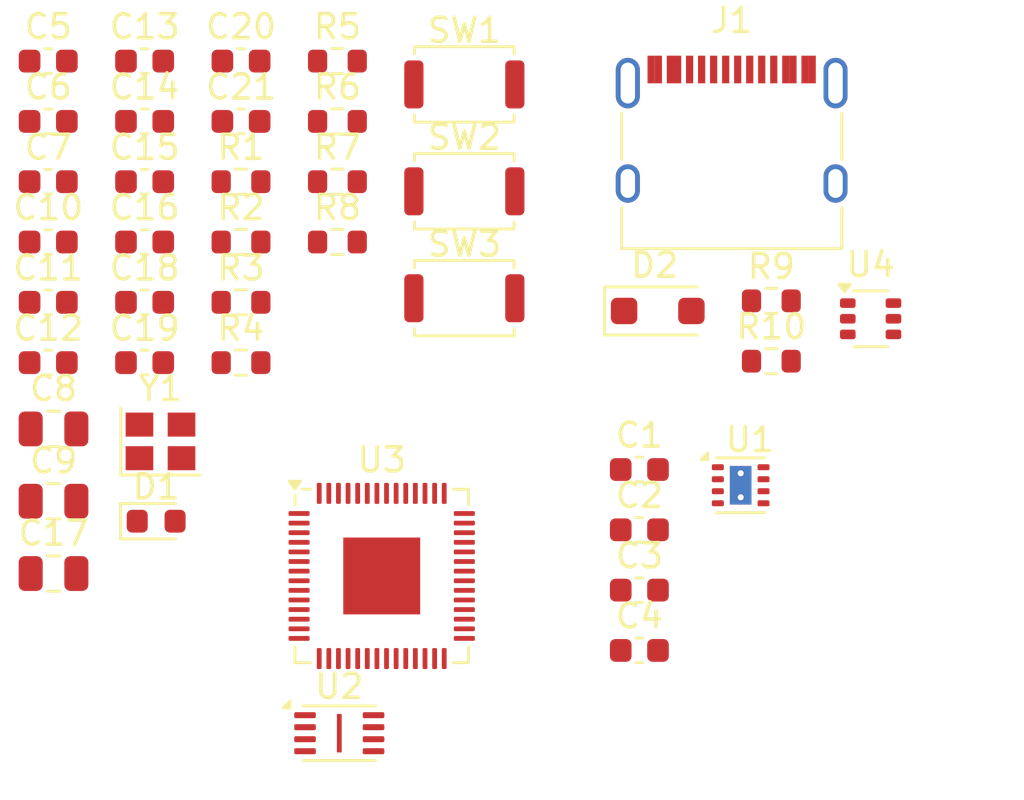
<source format=kicad_pcb>
(kicad_pcb (version 20241229) (generator "pcbnew") (generator_version "9.0")
  (layers (0 "F.Cu" signal) (2 "B.Cu" signal) (13 "F.Paste" user) (15 "B.Paste" user) (5 "F.SilkS" user "F.Silkscreen") (7 "B.SilkS" user "B.Silkscreen") (1 "F.Mask" user) (3 "B.Mask" user) (25 "Edge.Cuts" user))
  (net 0 "")
  (net 1 "/Solenoid Driver/V_MOTOR")
  (net 2 "/Solenoid Driver/0V")
  (net 3 "/Solenoid Driver/V_LOGIC")
  (net 4 "/RP2040/XIN")
  (net 5 "GND")
  (net 6 "/RP2040/~{RESET}")
  (net 7 "Net-(C7-Pad1)")
  (net 8 "/RP2040/3V3_IN")
  (net 9 "/RP2040/1V1")
  (net 10 "/RP2040/USER_BUTT")
  (net 11 "Net-(D1-A)")
  (net 12 "+5V")
  (net 13 "/USB_VBUS")
  (net 14 "/USB_D+")
  (net 16 "/CC1")
  (net 17 "/USB_D-")
  (net 18 "/CC2")
  (net 20 "+3V3")
  (net 21 "/RP2040/XOUT")
  (net 22 "/RP2040/QSPI_SS")
  (net 23 "Net-(R4-Pad1)")
  (net 24 "/RP2040/USB_PT_D-")
  (net 25 "/RP2040/USB_D-")
  (net 26 "/RP2040/USB_PT_D+")
  (net 27 "/RP2040/USB_D+")
  (net 28 "/RP2040/USER_LED")
  (net 29 "/Solenoid Driver/OUT_2")
  (net 30 "/Solenoid Driver/~{SLEEP}")
  (net 31 "/Solenoid Driver/OUT_1")
  (net 32 "/Solenoid Driver/IN1")
  (net 33 "/Solenoid Driver/IN2")
  (net 36 "/RP2040/QSPI_SD3")
  (net 37 "/RP2040/QSPI_SD0")
  (net 38 "/RP2040/QSPI_SCLK")
  (net 40 "/RP2040/QSPI_SD1")
  (net 41 "/RP2040/QSPI_SD2")
  (footprint "Resistor_SMD:R_0603_1608Metric" (layer "F.Cu") (at 96.165 72.48)
    (property "Reference" "R6" (at 0 -1.43 0) (layer "F.SilkS"))
    (property "Value" "27R")
    (fp_line (start -0.237258 -0.5225) (end 0.237258 -0.5225) (stroke (width 0.12)) (layer "F.SilkS"))
    (fp_line (start -0.237258 0.5225) (end 0.237258 0.5225) (stroke (width 0.12)) (layer "F.SilkS"))
    (pad "1" smd roundrect (at -0.825 0) (size 0.8 0.95) (layers "F.Cu" "F.Mask" "F.Paste") (net 26 "/RP2040/USB_PT_D+"))
    (pad "2" smd roundrect (at 0.825 0) (size 0.8 0.95) (layers "F.Cu" "F.Mask" "F.Paste") (net 27 "/RP2040/USB_D+"))
  )
  (footprint "Capacitor_SMD:C_0603_1608Metric" (layer "F.Cu") (at 88.145 74.99)
    (property "Reference" "C15" (at 0 -1.43 0) (layer "F.SilkS"))
    (property "Value" "100n")
    (fp_line (start -0.14058 -0.51) (end 0.14058 -0.51) (stroke (width 0.12)) (layer "F.SilkS"))
    (fp_line (start -0.14058 0.51) (end 0.14058 0.51) (stroke (width 0.12)) (layer "F.SilkS"))
    (pad "1" smd roundrect (at -0.775 0) (size 0.9 0.95) (layers "F.Cu" "F.Mask" "F.Paste") (net 9 "/RP2040/1V1"))
    (pad "2" smd roundrect (at 0.775 0) (size 0.9 0.95) (layers "F.Cu" "F.Mask" "F.Paste") (net 5 "GND"))
  )
  (footprint "Package_SON:WSON-8-1EP_2x2mm_P0.5mm_EP0.9x1.6mm_ThermalVias" (layer "F.Cu") (at 112.94 87.625)
    (property "Reference" "U1" (at 0.38 -1.9 0) (layer "F.SilkS"))
    (property "Value" "DRV8837")
    (fp_line (start -1.01 -1.14) (end 0.99 -1.14) (stroke (width 0.12)) (layer "F.SilkS"))
    (fp_line (start -1 1.14) (end 1 1.14) (stroke (width 0.12)) (layer "F.SilkS"))
    (fp_poly (pts (xy -1.37 -1.07) (xy -1.65 -1.07) (xy -1.37 -1.35) (xy -1.37 -1.07)) (stroke (width 0.12)) (fill yes) (layer "F.SilkS"))
    (pad "1" smd roundrect (at -0.95 -0.75) (size 0.5 0.25) (layers "F.Cu" "F.Mask" "F.Paste") (net 1 "/Solenoid Driver/V_MOTOR"))
    (pad "2" smd roundrect (at -0.95 -0.25) (size 0.5 0.25) (layers "F.Cu" "F.Mask" "F.Paste") (net 31 "/Solenoid Driver/OUT_1"))
    (pad "3" smd roundrect (at -0.95 0.25) (size 0.5 0.25) (layers "F.Cu" "F.Mask" "F.Paste") (net 29 "/Solenoid Driver/OUT_2"))
    (pad "4" smd roundrect (at -0.95 0.75) (size 0.5 0.25) (layers "F.Cu" "F.Mask" "F.Paste") (net 2 "/Solenoid Driver/0V"))
    (pad "5" smd roundrect (at 0.95 0.75) (size 0.5 0.25) (layers "F.Cu" "F.Mask" "F.Paste") (net 33 "/Solenoid Driver/IN2"))
    (pad "6" smd roundrect (at 0.95 0.25) (size 0.5 0.25) (layers "F.Cu" "F.Mask" "F.Paste") (net 32 "/Solenoid Driver/IN1"))
    (pad "7" smd roundrect (at 0.95 -0.25) (size 0.5 0.25) (layers "F.Cu" "F.Mask" "F.Paste") (net 30 "/Solenoid Driver/~{SLEEP}"))
    (pad "8" smd roundrect (at 0.95 -0.75) (size 0.5 0.25) (layers "F.Cu" "F.Mask" "F.Paste") (net 3 "/Solenoid Driver/V_LOGIC"))
    (pad "9" thru_hole circle (at 0 -0.5) (size 0.6 0.6) (drill 0.25) (property pad_prop_heatsink) (layers "*.Cu") (net 2 "/Solenoid Driver/0V"))
    (pad "9" smd rect (at 0 0) (size 0.9 1.6) (layers "F.Cu" "F.Mask") (net 2 "/Solenoid Driver/0V"))
    (pad "9" smd rect (at 0 0) (size 0.9 1.6) (layers "B.Cu") (net 2 "/Solenoid Driver/0V"))
    (pad "9" thru_hole circle (at 0 0.5) (size 0.6 0.6) (drill 0.25) (property pad_prop_heatsink) (layers "*.Cu") (net 2 "/Solenoid Driver/0V"))
  )
  (footprint "Capacitor_SMD:C_0603_1608Metric" (layer "F.Cu") (at 88.145 69.97)
    (property "Reference" "C13" (at 0 -1.43 0) (layer "F.SilkS"))
    (property "Value" "100n")
    (fp_line (start -0.14058 -0.51) (end 0.14058 -0.51) (stroke (width 0.12)) (layer "F.SilkS"))
    (fp_line (start -0.14058 0.51) (end 0.14058 0.51) (stroke (width 0.12)) (layer "F.SilkS"))
    (pad "1" smd roundrect (at -0.775 0) (size 0.9 0.95) (layers "F.Cu" "F.Mask" "F.Paste") (net 9 "/RP2040/1V1"))
    (pad "2" smd roundrect (at 0.775 0) (size 0.9 0.95) (layers "F.Cu" "F.Mask" "F.Paste") (net 5 "GND"))
  )
  (footprint "Resistor_SMD:R_0603_1608Metric" (layer "F.Cu") (at 92.155 77.5)
    (property "Reference" "R2" (at 0 -1.43 0) (layer "F.SilkS"))
    (property "Value" "1k")
    (fp_line (start -0.237258 -0.5225) (end 0.237258 -0.5225) (stroke (width 0.12)) (layer "F.SilkS"))
    (fp_line (start -0.237258 0.5225) (end 0.237258 0.5225) (stroke (width 0.12)) (layer "F.SilkS"))
    (pad "1" smd roundrect (at -0.825 0) (size 0.8 0.95) (layers "F.Cu" "F.Mask" "F.Paste") (net 21 "/RP2040/XOUT"))
    (pad "2" smd roundrect (at 0.825 0) (size 0.8 0.95) (layers "F.Cu" "F.Mask" "F.Paste") (net 7 "Net-(C7-Pad1)"))
  )
  (footprint "Capacitor_SMD:C_0603_1608Metric" (layer "F.Cu") (at 108.725 94.5)
    (property "Reference" "C4" (at 0 -1.43 0) (layer "F.SilkS"))
    (property "Value" "10uF")
    (fp_line (start -0.14058 -0.51) (end 0.14058 -0.51) (stroke (width 0.12)) (layer "F.SilkS"))
    (fp_line (start -0.14058 0.51) (end 0.14058 0.51) (stroke (width 0.12)) (layer "F.SilkS"))
    (pad "1" smd roundrect (at -0.775 0) (size 0.9 0.95) (layers "F.Cu" "F.Mask" "F.Paste") (net 1 "/Solenoid Driver/V_MOTOR"))
    (pad "2" smd roundrect (at 0.775 0) (size 0.9 0.95) (layers "F.Cu" "F.Mask" "F.Paste") (net 2 "/Solenoid Driver/0V"))
  )
  (footprint "Capacitor_SMD:C_0603_1608Metric" (layer "F.Cu") (at 84.135 82.52)
    (property "Reference" "C12" (at 0 -1.43 0) (layer "F.SilkS"))
    (property "Value" "100n")
    (fp_line (start -0.14058 -0.51) (end 0.14058 -0.51) (stroke (width 0.12)) (layer "F.SilkS"))
    (fp_line (start -0.14058 0.51) (end 0.14058 0.51) (stroke (width 0.12)) (layer "F.SilkS"))
    (pad "1" smd roundrect (at -0.775 0) (size 0.9 0.95) (layers "F.Cu" "F.Mask" "F.Paste") (net 8 "/RP2040/3V3_IN"))
    (pad "2" smd roundrect (at 0.775 0) (size 0.9 0.95) (layers "F.Cu" "F.Mask" "F.Paste") (net 5 "GND"))
  )
  (footprint "Capacitor_SMD:C_0603_1608Metric" (layer "F.Cu") (at 108.725 91.99)
    (property "Reference" "C3" (at 0 -1.43 0) (layer "F.SilkS"))
    (property "Value" "100nF")
    (fp_line (start -0.14058 -0.51) (end 0.14058 -0.51) (stroke (width 0.12)) (layer "F.SilkS"))
    (fp_line (start -0.14058 0.51) (end 0.14058 0.51) (stroke (width 0.12)) (layer "F.SilkS"))
    (pad "1" smd roundrect (at -0.775 0) (size 0.9 0.95) (layers "F.Cu" "F.Mask" "F.Paste") (net 1 "/Solenoid Driver/V_MOTOR"))
    (pad "2" smd roundrect (at 0.775 0) (size 0.9 0.95) (layers "F.Cu" "F.Mask" "F.Paste") (net 2 "/Solenoid Driver/0V"))
  )
  (footprint "Resistor_SMD:R_0603_1608Metric" (layer "F.Cu") (at 96.165 77.5)
    (property "Reference" "R8" (at 0 -1.43 0) (layer "F.SilkS"))
    (property "Value" "255R")
    (fp_line (start -0.237258 -0.5225) (end 0.237258 -0.5225) (stroke (width 0.12)) (layer "F.SilkS"))
    (fp_line (start -0.237258 0.5225) (end 0.237258 0.5225) (stroke (width 0.12)) (layer "F.SilkS"))
    (pad "1" smd roundrect (at -0.825 0) (size 0.8 0.95) (layers "F.Cu" "F.Mask" "F.Paste") (net 28 "/RP2040/USER_LED"))
    (pad "2" smd roundrect (at 0.825 0) (size 0.8 0.95) (layers "F.Cu" "F.Mask" "F.Paste") (net 11 "Net-(D1-A)"))
  )
  (footprint "Package_DFN_QFN:QFN-56-1EP_7x7mm_P0.4mm_EP3.2x3.2mm" (layer "F.Cu") (at 98.0075 91.4)
    (property "Reference" "U3" (at 0 -4.83 0) (layer "F.SilkS"))
    (property "Value" "RP2040")
    (fp_line (start -3.61 -2.96) (end -3.61 -3.37) (stroke (width 0.12)) (layer "F.SilkS"))
    (fp_line (start -3.61 3.61) (end -3.61 2.96) (stroke (width 0.12)) (layer "F.SilkS"))
    (fp_line (start -2.96 -3.61) (end -3.31 -3.61) (stroke (width 0.12)) (layer "F.SilkS"))
    (fp_line (start -2.96 3.61) (end -3.61 3.61) (stroke (width 0.12)) (layer "F.SilkS"))
    (fp_line (start 2.96 -3.61) (end 3.61 -3.61) (stroke (width 0.12)) (layer "F.SilkS"))
    (fp_line (start 2.96 3.61) (end 3.61 3.61) (stroke (width 0.12)) (layer "F.SilkS"))
    (fp_line (start 3.61 -3.61) (end 3.61 -2.96) (stroke (width 0.12)) (layer "F.SilkS"))
    (fp_line (start 3.61 3.61) (end 3.61 2.96) (stroke (width 0.12)) (layer "F.SilkS"))
    (fp_poly (pts (xy -3.61 -3.61) (xy -3.85 -3.94) (xy -3.37 -3.94) (xy -3.61 -3.61)) (stroke (width 0.12)) (fill yes) (layer "F.SilkS"))
    (pad "1" smd roundrect (at -3.4375 -2.6) (size 0.875 0.2) (layers "F.Cu" "F.Mask" "F.Paste") (net 8 "/RP2040/3V3_IN"))
    (pad "2" smd roundrect (at -3.4375 -2.2) (size 0.875 0.2) (layers "F.Cu" "F.Mask" "F.Paste"))
    (pad "3" smd roundrect (at -3.4375 -1.8) (size 0.875 0.2) (layers "F.Cu" "F.Mask" "F.Paste"))
    (pad "4" smd roundrect (at -3.4375 -1.4) (size 0.875 0.2) (layers "F.Cu" "F.Mask" "F.Paste"))
    (pad "5" smd roundrect (at -3.4375 -1) (size 0.875 0.2) (layers "F.Cu" "F.Mask" "F.Paste"))
    (pad "6" smd roundrect (at -3.4375 -0.6) (size 0.875 0.2) (layers "F.Cu" "F.Mask" "F.Paste"))
    (pad "7" smd roundrect (at -3.4375 -0.2) (size 0.875 0.2) (layers "F.Cu" "F.Mask" "F.Paste"))
    (pad "8" smd roundrect (at -3.4375 0.2) (size 0.875 0.2) (layers "F.Cu" "F.Mask" "F.Paste"))
    (pad "9" smd roundrect (at -3.4375 0.6) (size 0.875 0.2) (layers "F.Cu" "F.Mask" "F.Paste"))
    (pad "10" smd roundrect (at -3.4375 1) (size 0.875 0.2) (layers "F.Cu" "F.Mask" "F.Paste") (net 8 "/RP2040/3V3_IN"))
    (pad "11" smd roundrect (at -3.4375 1.4) (size 0.875 0.2) (layers "F.Cu" "F.Mask" "F.Paste"))
    (pad "12" smd roundrect (at -3.4375 1.8) (size 0.875 0.2) (layers "F.Cu" "F.Mask" "F.Paste") (net 10 "/RP2040/USER_BUTT"))
    (pad "13" smd roundrect (at -3.4375 2.2) (size 0.875 0.2) (layers "F.Cu" "F.Mask" "F.Paste") (net 28 "/RP2040/USER_LED"))
    (pad "14" smd roundrect (at -3.4375 2.6) (size 0.875 0.2) (layers "F.Cu" "F.Mask" "F.Paste"))
    (pad "15" smd roundrect (at -2.6 3.4375) (size 0.2 0.875) (layers "F.Cu" "F.Mask" "F.Paste"))
    (pad "16" smd roundrect (at -2.2 3.4375) (size 0.2 0.875) (layers "F.Cu" "F.Mask" "F.Paste"))
    (pad "17" smd roundrect (at -1.8 3.4375) (size 0.2 0.875) (layers "F.Cu" "F.Mask" "F.Paste"))
    (pad "18" smd roundrect (at -1.4 3.4375) (size 0.2 0.875) (layers "F.Cu" "F.Mask" "F.Paste"))
    (pad "19" smd roundrect (at -1 3.4375) (size 0.2 0.875) (layers "F.Cu" "F.Mask" "F.Paste") (net 5 "GND"))
    (pad "20" smd roundrect (at -0.6 3.4375) (size 0.2 0.875) (layers "F.Cu" "F.Mask" "F.Paste") (net 4 "/RP2040/XIN"))
    (pad "21" smd roundrect (at -0.2 3.4375) (size 0.2 0.875) (layers "F.Cu" "F.Mask" "F.Paste") (net 21 "/RP2040/XOUT"))
    (pad "22" smd roundrect (at 0.2 3.4375) (size 0.2 0.875) (layers "F.Cu" "F.Mask" "F.Paste") (net 8 "/RP2040/3V3_IN"))
    (pad "23" smd roundrect (at 0.6 3.4375) (size 0.2 0.875) (layers "F.Cu" "F.Mask" "F.Paste") (net 9 "/RP2040/1V1"))
    (pad "24" smd roundrect (at 1 3.4375) (size 0.2 0.875) (layers "F.Cu" "F.Mask" "F.Paste"))
    (pad "25" smd roundrect (at 1.4 3.4375) (size 0.2 0.875) (layers "F.Cu" "F.Mask" "F.Paste"))
    (pad "26" smd roundrect (at 1.8 3.4375) (size 0.2 0.875) (layers "F.Cu" "F.Mask" "F.Paste") (net 6 "/RP2040/~{RESET}"))
    (pad "27" smd roundrect (at 2.2 3.4375) (size 0.2 0.875) (layers "F.Cu" "F.Mask" "F.Paste"))
    (pad "28" smd roundrect (at 2.6 3.4375) (size 0.2 0.875) (layers "F.Cu" "F.Mask" "F.Paste"))
    (pad "29" smd roundrect (at 3.4375 2.6) (size 0.875 0.2) (layers "F.Cu" "F.Mask" "F.Paste"))
    (pad "30" smd roundrect (at 3.4375 2.2) (size 0.875 0.2) (layers "F.Cu" "F.Mask" "F.Paste"))
    (pad "31" smd roundrect (at 3.4375 1.8) (size 0.875 0.2) (layers "F.Cu" "F.Mask" "F.Paste"))
    (pad "32" smd roundrect (at 3.4375 1.4) (size 0.875 0.2) (layers "F.Cu" "F.Mask" "F.Paste"))
    (pad "33" smd roundrect (at 3.4375 1) (size 0.875 0.2) (layers "F.Cu" "F.Mask" "F.Paste") (net 8 "/RP2040/3V3_IN"))
    (pad "34" smd roundrect (at 3.4375 0.6) (size 0.875 0.2) (layers "F.Cu" "F.Mask" "F.Paste"))
    (pad "35" smd roundrect (at 3.4375 0.2) (size 0.875 0.2) (layers "F.Cu" "F.Mask" "F.Paste"))
    (pad "36" smd roundrect (at 3.4375 -0.2) (size 0.875 0.2) (layers "F.Cu" "F.Mask" "F.Paste"))
    (pad "37" smd roundrect (at 3.4375 -0.6) (size 0.875 0.2) (layers "F.Cu" "F.Mask" "F.Paste"))
    (pad "38" smd roundrect (at 3.4375 -1) (size 0.875 0.2) (layers "F.Cu" "F.Mask" "F.Paste"))
    (pad "39" smd roundrect (at 3.4375 -1.4) (size 0.875 0.2) (layers "F.Cu" "F.Mask" "F.Paste"))
    (pad "40" smd roundrect (at 3.4375 -1.8) (size 0.875 0.2) (layers "F.Cu" "F.Mask" "F.Paste"))
    (pad "41" smd roundrect (at 3.4375 -2.2) (size 0.875 0.2) (layers "F.Cu" "F.Mask" "F.Paste"))
    (pad "42" smd roundrect (at 3.4375 -2.6) (size 0.875 0.2) (layers "F.Cu" "F.Mask" "F.Paste") (net 8 "/RP2040/3V3_IN"))
    (pad "43" smd roundrect (at 2.6 -3.4375) (size 0.2 0.875) (layers "F.Cu" "F.Mask" "F.Paste") (net 8 "/RP2040/3V3_IN"))
    (pad "44" smd roundrect (at 2.2 -3.4375) (size 0.2 0.875) (layers "F.Cu" "F.Mask" "F.Paste") (net 8 "/RP2040/3V3_IN"))
    (pad "45" smd roundrect (at 1.8 -3.4375) (size 0.2 0.875) (layers "F.Cu" "F.Mask" "F.Paste") (net 9 "/RP2040/1V1"))
    (pad "46" smd roundrect (at 1.4 -3.4375) (size 0.2 0.875) (layers "F.Cu" "F.Mask" "F.Paste") (net 24 "/RP2040/USB_PT_D-"))
    (pad "47" smd roundrect (at 1 -3.4375) (size 0.2 0.875) (layers "F.Cu" "F.Mask" "F.Paste") (net 26 "/RP2040/USB_PT_D+"))
    (pad "48" smd roundrect (at 0.6 -3.4375) (size 0.2 0.875) (layers "F.Cu" "F.Mask" "F.Paste") (net 8 "/RP2040/3V3_IN"))
    (pad "49" smd roundrect (at 0.2 -3.4375) (size 0.2 0.875) (layers "F.Cu" "F.Mask" "F.Paste") (net 8 "/RP2040/3V3_IN"))
    (pad "50" smd roundrect (at -0.2 -3.4375) (size 0.2 0.875) (layers "F.Cu" "F.Mask" "F.Paste") (net 9 "/RP2040/1V1"))
    (pad "51" smd roundrect (at -0.6 -3.4375) (size 0.2 0.875) (layers "F.Cu" "F.Mask" "F.Paste") (net 36 "/RP2040/QSPI_SD3"))
    (pad "52" smd roundrect (at -1 -3.4375) (size 0.2 0.875) (layers "F.Cu" "F.Mask" "F.Paste") (net 38 "/RP2040/QSPI_SCLK"))
    (pad "53" smd roundrect (at -1.4 -3.4375) (size 0.2 0.875) (layers "F.Cu" "F.Mask" "F.Paste") (net 37 "/RP2040/QSPI_SD0"))
    (pad "54" smd roundrect (at -1.8 -3.4375) (size 0.2 0.875) (layers "F.Cu" "F.Mask" "F.Paste") (net 41 "/RP2040/QSPI_SD2"))
    (pad "55" smd roundrect (at -2.2 -3.4375) (size 0.2 0.875) (layers "F.Cu" "F.Mask" "F.Paste") (net 40 "/RP2040/QSPI_SD1"))
    (pad "56" smd roundrect (at -2.6 -3.4375) (size 0.2 0.875) (layers "F.Cu" "F.Mask" "F.Paste") (net 22 "/RP2040/QSPI_SS"))
    (pad "57" smd rect (at 0 0) (size 3.2 3.2) (property pad_prop_heatsink) (layers "F.Cu" "F.Mask") (net 5 "GND"))
  )
  (footprint "Crystal:Crystal_SMD_2520-4Pin_2.5x2.0mm" (layer "F.Cu") (at 88.805 85.8)
    (property "Reference" "Y1" (at 0 -2.2 0) (layer "F.SilkS"))
    (property "Value" "12MHz")
    (fp_line (start -1.65 -1.4) (end -1.65 1.4) (stroke (width 0.12)) (layer "F.SilkS"))
    (fp_line (start -1.65 1.4) (end 1.65 1.4) (stroke (width 0.12)) (layer "F.SilkS"))
    (pad "1" smd rect (at -0.875 0.7) (size 1.15 1) (layers "F.Cu" "F.Mask" "F.Paste") (net 4 "/RP2040/XIN"))
    (pad "2" smd rect (at 0.875 0.7) (size 1.15 1) (layers "F.Cu" "F.Mask" "F.Paste") (net 5 "GND"))
    (pad "3" smd rect (at 0.875 -0.7) (size 1.15 1) (layers "F.Cu" "F.Mask" "F.Paste") (net 7 "Net-(C7-Pad1)"))
    (pad "4" smd rect (at -0.875 -0.7) (size 1.15 1) (layers "F.Cu" "F.Mask" "F.Paste") (net 5 "GND"))
  )
  (footprint "Capacitor_SMD:C_0603_1608Metric" (layer "F.Cu") (at 92.155 69.97)
    (property "Reference" "C20" (at 0 -1.43 0) (layer "F.SilkS"))
    (property "Value" "100n")
    (fp_line (start -0.14058 -0.51) (end 0.14058 -0.51) (stroke (width 0.12)) (layer "F.SilkS"))
    (fp_line (start -0.14058 0.51) (end 0.14058 0.51) (stroke (width 0.12)) (layer "F.SilkS"))
    (pad "1" smd roundrect (at -0.775 0) (size 0.9 0.95) (layers "F.Cu" "F.Mask" "F.Paste") (net 8 "/RP2040/3V3_IN"))
    (pad "2" smd roundrect (at 0.775 0) (size 0.9 0.95) (layers "F.Cu" "F.Mask" "F.Paste") (net 5 "GND"))
  )
  (footprint "Capacitor_SMD:C_0603_1608Metric" (layer "F.Cu") (at 84.135 80.01)
    (property "Reference" "C11" (at 0 -1.43 0) (layer "F.SilkS"))
    (property "Value" "100n")
    (fp_line (start -0.14058 -0.51) (end 0.14058 -0.51) (stroke (width 0.12)) (layer "F.SilkS"))
    (fp_line (start -0.14058 0.51) (end 0.14058 0.51) (stroke (width 0.12)) (layer "F.SilkS"))
    (pad "1" smd roundrect (at -0.775 0) (size 0.9 0.95) (layers "F.Cu" "F.Mask" "F.Paste") (net 8 "/RP2040/3V3_IN"))
    (pad "2" smd roundrect (at 0.775 0) (size 0.9 0.95) (layers "F.Cu" "F.Mask" "F.Paste") (net 5 "GND"))
  )
  (footprint "Button_Switch_SMD:SW_Push_SPST_NO_Alps_SKRK" (layer "F.Cu") (at 101.445 79.84)
    (property "Reference" "SW3" (at 0 -2.25 0) (layer "F.SilkS"))
    (property "Value" "USER_SW")
    (fp_line (start -2.07 -1.57) (end 2.07 -1.57) (stroke (width 0.12)) (layer "F.SilkS"))
    (fp_line (start -2.07 -1.27) (end -2.07 -1.57) (stroke (width 0.12)) (layer "F.SilkS"))
    (fp_line (start -2.07 1.57) (end -2.07 1.27) (stroke (width 0.12)) (layer "F.SilkS"))
    (fp_line (start 2.07 -1.57) (end 2.07 -1.27) (stroke (width 0.12)) (layer "F.SilkS"))
    (fp_line (start 2.07 1.27) (end 2.07 1.57) (stroke (width 0.12)) (layer "F.SilkS"))
    (fp_line (start 2.07 1.57) (end -2.07 1.57) (stroke (width 0.12)) (layer "F.SilkS"))
    (pad "1" smd roundrect (at -2.1 0) (size 0.8 2) (layers "F.Cu" "F.Mask" "F.Paste") (net 10 "/RP2040/USER_BUTT"))
    (pad "2" smd roundrect (at 2.1 0) (size 0.8 2) (layers "F.Cu" "F.Mask" "F.Paste") (net 20 "+3V3"))
  )
  (footprint "Capacitor_SMD:C_0603_1608Metric" (layer "F.Cu") (at 88.145 77.5)
    (property "Reference" "C16" (at 0 -1.43 0) (layer "F.SilkS"))
    (property "Value" "100n")
    (fp_line (start -0.14058 -0.51) (end 0.14058 -0.51) (stroke (width 0.12)) (layer "F.SilkS"))
    (fp_line (start -0.14058 0.51) (end 0.14058 0.51) (stroke (width 0.12)) (layer "F.SilkS"))
    (pad "1" smd roundrect (at -0.775 0) (size 0.9 0.95) (layers "F.Cu" "F.Mask" "F.Paste") (net 8 "/RP2040/3V3_IN"))
    (pad "2" smd roundrect (at 0.775 0) (size 0.9 0.95) (layers "F.Cu" "F.Mask" "F.Paste") (net 5 "GND"))
  )
  (footprint "Capacitor_SMD:C_0603_1608Metric" (layer "F.Cu") (at 88.145 72.48)
    (property "Reference" "C14" (at 0 -1.43 0) (layer "F.SilkS"))
    (property "Value" "100n")
    (fp_line (start -0.14058 -0.51) (end 0.14058 -0.51) (stroke (width 0.12)) (layer "F.SilkS"))
    (fp_line (start -0.14058 0.51) (end 0.14058 0.51) (stroke (width 0.12)) (layer "F.SilkS"))
    (pad "1" smd roundrect (at -0.775 0) (size 0.9 0.95) (layers "F.Cu" "F.Mask" "F.Paste") (net 8 "/RP2040/3V3_IN"))
    (pad "2" smd roundrect (at 0.775 0) (size 0.9 0.95) (layers "F.Cu" "F.Mask" "F.Paste") (net 5 "GND"))
  )
  (footprint "Capacitor_SMD:C_0603_1608Metric" (layer "F.Cu") (at 108.725 89.48)
    (property "Reference" "C2" (at 0 -1.43 0) (layer "F.SilkS"))
    (property "Value" "100nF")
    (fp_line (start -0.14058 -0.51) (end 0.14058 -0.51) (stroke (width 0.12)) (layer "F.SilkS"))
    (fp_line (start -0.14058 0.51) (end 0.14058 0.51) (stroke (width 0.12)) (layer "F.SilkS"))
    (pad "1" smd roundrect (at -0.775 0) (size 0.9 0.95) (layers "F.Cu" "F.Mask" "F.Paste") (net 3 "/Solenoid Driver/V_LOGIC"))
    (pad "2" smd roundrect (at 0.775 0) (size 0.9 0.95) (layers "F.Cu" "F.Mask" "F.Paste") (net 2 "/Solenoid Driver/0V"))
  )
  (footprint "Capacitor_SMD:C_0805_2012Metric" (layer "F.Cu") (at 84.355 88.29)
    (property "Reference" "C9" (at 0 -1.68 0) (layer "F.SilkS"))
    (property "Value" "2.2u")
    (fp_line (start -0.261252 -0.735) (end 0.261252 -0.735) (stroke (width 0.12)) (layer "F.SilkS"))
    (fp_line (start -0.261252 0.735) (end 0.261252 0.735) (stroke (width 0.12)) (layer "F.SilkS"))
    (pad "1" smd roundrect (at -0.95 0) (size 1 1.45) (layers "F.Cu" "F.Mask" "F.Paste") (net 8 "/RP2040/3V3_IN"))
    (pad "2" smd roundrect (at 0.95 0) (size 1 1.45) (layers "F.Cu" "F.Mask" "F.Paste") (net 5 "GND"))
  )
  (footprint "Capacitor_SMD:C_0603_1608Metric" (layer "F.Cu") (at 92.155 72.48)
    (property "Reference" "C21" (at 0 -1.43 0) (layer "F.SilkS"))
    (property "Value" "100n")
    (fp_line (start -0.14058 -0.51) (end 0.14058 -0.51) (stroke (width 0.12)) (layer "F.SilkS"))
    (fp_line (start -0.14058 0.51) (end 0.14058 0.51) (stroke (width 0.12)) (layer "F.SilkS"))
    (pad "1" smd roundrect (at -0.775 0) (size 0.9 0.95) (layers "F.Cu" "F.Mask" "F.Paste") (net 10 "/RP2040/USER_BUTT"))
    (pad "2" smd roundrect (at 0.775 0) (size 0.9 0.95) (layers "F.Cu" "F.Mask" "F.Paste") (net 5 "GND"))
  )
  (footprint "Resistor_SMD:R_0603_1608Metric" (layer "F.Cu") (at 96.165 69.97)
    (property "Reference" "R5" (at 0 -1.43 0) (layer "F.SilkS"))
    (property "Value" "27R")
    (fp_line (start -0.237258 -0.5225) (end 0.237258 -0.5225) (stroke (width 0.12)) (layer "F.SilkS"))
    (fp_line (start -0.237258 0.5225) (end 0.237258 0.5225) (stroke (width 0.12)) (layer "F.SilkS"))
    (pad "1" smd roundrect (at -0.825 0) (size 0.8 0.95) (layers "F.Cu" "F.Mask" "F.Paste") (net 24 "/RP2040/USB_PT_D-"))
    (pad "2" smd roundrect (at 0.825 0) (size 0.8 0.95) (layers "F.Cu" "F.Mask" "F.Paste") (net 25 "/RP2040/USB_D-"))
  )
  (footprint "Capacitor_SMD:C_0603_1608Metric" (layer "F.Cu") (at 84.135 72.48)
    (property "Reference" "C6" (at 0 -1.43 0) (layer "F.SilkS"))
    (property "Value" "100n")
    (fp_line (start -0.14058 -0.51) (end 0.14058 -0.51) (stroke (width 0.12)) (layer "F.SilkS"))
    (fp_line (start -0.14058 0.51) (end 0.14058 0.51) (stroke (width 0.12)) (layer "F.SilkS"))
    (pad "1" smd roundrect (at -0.775 0) (size 0.9 0.95) (layers "F.Cu" "F.Mask" "F.Paste") (net 6 "/RP2040/~{RESET}"))
    (pad "2" smd roundrect (at 0.775 0) (size 0.9 0.95) (layers "F.Cu" "F.Mask" "F.Paste") (net 5 "GND"))
  )
  (footprint "Diode_SMD:D_SOD-123F" (layer "F.Cu") (at 109.49 80.37)
    (property "Reference" "D2" (at -0.127 -1.905 0) (layer "F.SilkS"))
    (property "Value" "40V 1A")
    (fp_line (start -2.21 -1) (end -2.21 1) (stroke (width 0.12)) (layer "F.SilkS"))
    (fp_line (start -2.21 -1) (end 1.65 -1) (stroke (width 0.12)) (layer "F.SilkS"))
    (fp_line (start -2.21 1) (end 1.65 1) (stroke (width 0.12)) (layer "F.SilkS"))
    (pad "1" smd roundrect (at -1.4 0) (size 1.1 1.1) (layers "F.Cu" "F.Mask" "F.Paste") (roundrect_rratio 0.2272727273) (net 12 "+5V"))
    (pad "2" smd roundrect (at 1.4 0) (size 1.1 1.1) (layers "F.Cu" "F.Mask" "F.Paste") (roundrect_rratio 0.2272727273) (net 13 "/USB_VBUS"))
  )
  (footprint "Resistor_SMD:R_0603_1608Metric" (layer "F.Cu") (at 114.215 82.46)
    (property "Reference" "R10" (at 0 -1.43 0) (layer "F.SilkS"))
    (property "Value" "5.1k")
    (fp_line (start -0.237258 -0.5225) (end 0.237258 -0.5225) (stroke (width 0.12)) (layer "F.SilkS"))
    (fp_line (start -0.237258 0.5225) (end 0.237258 0.5225) (stroke (width 0.12)) (layer "F.SilkS"))
    (pad "1" smd roundrect (at -0.825 0) (size 0.8 0.95) (layers "F.Cu" "F.Mask" "F.Paste") (net 18 "/CC2"))
    (pad "2" smd roundrect (at 0.825 0) (size 0.8 0.95) (layers "F.Cu" "F.Mask" "F.Paste") (net 5 "GND"))
  )
  (footprint "Capacitor_SMD:C_0603_1608Metric" (layer "F.Cu") (at 84.135 69.97)
    (property "Reference" "C5" (at 0 -1.43 0) (layer "F.SilkS"))
    (property "Value" "30p")
    (fp_line (start -0.14058 -0.51) (end 0.14058 -0.51) (stroke (width 0.12)) (layer "F.SilkS"))
    (fp_line (start -0.14058 0.51) (end 0.14058 0.51) (stroke (width 0.12)) (layer "F.SilkS"))
    (pad "1" smd roundrect (at -0.775 0) (size 0.9 0.95) (layers "F.Cu" "F.Mask" "F.Paste") (net 5 "GND"))
    (pad "2" smd roundrect (at 0.775 0) (size 0.9 0.95) (layers "F.Cu" "F.Mask" "F.Paste") (net 4 "/RP2040/XIN"))
  )
  (footprint "Resistor_SMD:R_0603_1608Metric" (layer "F.Cu") (at 114.215 79.95)
    (property "Reference" "R9" (at 0 -1.43 0) (layer "F.SilkS"))
    (property "Value" "5.1k")
    (fp_line (start -0.237258 -0.5225) (end 0.237258 -0.5225) (stroke (width 0.12)) (layer "F.SilkS"))
    (fp_line (start -0.237258 0.5225) (end 0.237258 0.5225) (stroke (width 0.12)) (layer "F.SilkS"))
    (pad "1" smd roundrect (at -0.825 0) (size 0.8 0.95) (layers "F.Cu" "F.Mask" "F.Paste") (net 16 "/CC1"))
    (pad "2" smd roundrect (at 0.825 0) (size 0.8 0.95) (layers "F.Cu" "F.Mask" "F.Paste") (net 5 "GND"))
  )
  (footprint "Resistor_SMD:R_0603_1608Metric" (layer "F.Cu") (at 92.155 74.99)
    (property "Reference" "R1" (at 0 -1.43 0) (layer "F.SilkS"))
    (property "Value" "10k")
    (fp_line (start -0.237258 -0.5225) (end 0.237258 -0.5225) (stroke (width 0.12)) (layer "F.SilkS"))
    (fp_line (start -0.237258 0.5225) (end 0.237258 0.5225) (stroke (width 0.12)) (layer "F.SilkS"))
    (pad "1" smd roundrect (at -0.825 0) (size 0.8 0.95) (layers "F.Cu" "F.Mask" "F.Paste") (net 6 "/RP2040/~{RESET}"))
    (pad "2" smd roundrect (at 0.825 0) (size 0.8 0.95) (layers "F.Cu" "F.Mask" "F.Paste") (net 20 "+3V3"))
  )
  (footprint "Capacitor_SMD:C_0603_1608Metric" (layer "F.Cu") (at 84.135 74.99)
    (property "Reference" "C7" (at 0 -1.43 0) (layer "F.SilkS"))
    (property "Value" "30p")
    (fp_line (start -0.14058 -0.51) (end 0.14058 -0.51) (stroke (width 0.12)) (layer "F.SilkS"))
    (fp_line (start -0.14058 0.51) (end 0.14058 0.51) (stroke (width 0.12)) (layer "F.SilkS"))
    (pad "1" smd roundrect (at -0.775 0) (size 0.9 0.95) (layers "F.Cu" "F.Mask" "F.Paste") (net 7 "Net-(C7-Pad1)"))
    (pad "2" smd roundrect (at 0.775 0) (size 0.9 0.95) (layers "F.Cu" "F.Mask" "F.Paste") (net 5 "GND"))
  )
  (footprint "Resistor_SMD:R_0603_1608Metric" (layer "F.Cu") (at 92.155 82.52)
    (property "Reference" "R4" (at 0 -1.43 0) (layer "F.SilkS"))
    (property "Value" "1k")
    (fp_line (start -0.237258 -0.5225) (end 0.237258 -0.5225) (stroke (width 0.12)) (layer "F.SilkS"))
    (fp_line (start -0.237258 0.5225) (end 0.237258 0.5225) (stroke (width 0.12)) (layer "F.SilkS"))
    (pad "1" smd roundrect (at -0.825 0) (size 0.8 0.95) (layers "F.Cu" "F.Mask" "F.Paste") (net 23 "Net-(R4-Pad1)"))
    (pad "2" smd roundrect (at 0.825 0) (size 0.8 0.95) (layers "F.Cu" "F.Mask" "F.Paste") (net 22 "/RP2040/QSPI_SS"))
  )
  (footprint "Package_SON:Winbond_USON-8-1EP_3x2mm_P0.5mm_EP0.2x1.6mm" (layer "F.Cu") (at 96.2425 97.945)
    (property "Reference" "U2" (at 0 -1.95 0) (layer "F.SilkS"))
    (property "Value" "W25Q80DVUXIE")
    (fp_line (start -1.5 -1.135) (end 1.5 -1.135) (stroke (width 0.12)) (layer "F.SilkS"))
    (fp_line (start -1.5 1.135) (end 1.5 1.135) (stroke (width 0.12)) (layer "F.SilkS"))
    (fp_poly (pts (xy -2.05 -1.05) (xy -2.33 -1.05) (xy -2.05 -1.33) (xy -2.05 -1.05)) (stroke (width 0.12)) (fill yes) (layer "F.SilkS"))
    (pad "1" smd roundrect (at -1.425 -0.75) (size 0.9 0.25) (layers "F.Cu" "F.Mask" "F.Paste") (net 22 "/RP2040/QSPI_SS"))
    (pad "2" smd roundrect (at -1.425 -0.25) (size 0.9 0.25) (layers "F.Cu" "F.Mask" "F.Paste") (net 40 "/RP2040/QSPI_SD1"))
    (pad "3" smd roundrect (at -1.425 0.25) (size 0.9 0.25) (layers "F.Cu" "F.Mask" "F.Paste") (net 41 "/RP2040/QSPI_SD2"))
    (pad "4" smd roundrect (at -1.425 0.75) (size 0.9 0.25) (layers "F.Cu" "F.Mask" "F.Paste"))
    (pad "5" smd roundrect (at 1.425 0.75) (size 0.9 0.25) (layers "F.Cu" "F.Mask" "F.Paste") (net 37 "/RP2040/QSPI_SD0"))
    (pad "6" smd roundrect (at 1.425 0.25) (size 0.9 0.25) (layers "F.Cu" "F.Mask" "F.Paste") (net 38 "/RP2040/QSPI_SCLK"))
    (pad "7" smd roundrect (at 1.425 -0.25) (size 0.9 0.25) (layers "F.Cu" "F.Mask" "F.Paste") (net 36 "/RP2040/QSPI_SD3"))
    (pad "8" smd roundrect (at 1.425 -0.75) (size 0.9 0.25) (layers "F.Cu" "F.Mask" "F.Paste") (net 8 "/RP2040/3V3_IN"))
    (pad "9" smd rect (at 0 0) (size 0.2 1.6) (property pad_prop_heatsink) (layers "F.Cu" "F.Mask"))
  )
  (footprint "LED_SMD:LED_0603_1608Metric" (layer "F.Cu") (at 88.625 89.12)
    (property "Reference" "D1" (at 0 -1.43 0) (layer "F.SilkS"))
    (property "Value" "3V3")
    (fp_line (start -1.485 -0.735) (end -1.485 0.735) (stroke (width 0.12)) (layer "F.SilkS"))
    (fp_line (start -1.485 0.735) (end 0.8 0.735) (stroke (width 0.12)) (layer "F.SilkS"))
    (fp_line (start 0.8 -0.735) (end -1.485 -0.735) (stroke (width 0.12)) (layer "F.SilkS"))
    (pad "1" smd roundrect (at -0.7875 0) (size 0.875 0.95) (layers "F.Cu" "F.Mask" "F.Paste") (net 5 "GND"))
    (pad "2" smd roundrect (at 0.7875 0) (size 0.875 0.95) (layers "F.Cu" "F.Mask" "F.Paste") (net 11 "Net-(D1-A)"))
  )
  (footprint "Capacitor_SMD:C_0603_1608Metric" (layer "F.Cu") (at 88.145 80.01)
    (property "Reference" "C18" (at 0 -1.43 0) (layer "F.SilkS"))
    (property "Value" "100n")
    (fp_line (start -0.14058 -0.51) (end 0.14058 -0.51) (stroke (width 0.12)) (layer "F.SilkS"))
    (fp_line (start -0.14058 0.51) (end 0.14058 0.51) (stroke (width 0.12)) (layer "F.SilkS"))
    (pad "1" smd roundrect (at -0.775 0) (size 0.9 0.95) (layers "F.Cu" "F.Mask" "F.Paste") (net 8 "/RP2040/3V3_IN"))
    (pad "2" smd roundrect (at 0.775 0) (size 0.9 0.95) (layers "F.Cu" "F.Mask" "F.Paste") (net 5 "GND"))
  )
  (footprint "Capacitor_SMD:C_0805_2012Metric" (layer "F.Cu") (at 84.355 85.28)
    (property "Reference" "C8" (at 0 -1.68 0) (layer "F.SilkS"))
    (property "Value" "2.2u")
    (fp_line (start -0.261252 -0.735) (end 0.261252 -0.735) (stroke (width 0.12)) (layer "F.SilkS"))
    (fp_line (start -0.261252 0.735) (end 0.261252 0.735) (stroke (width 0.12)) (layer "F.SilkS"))
    (pad "1" smd roundrect (at -0.95 0) (size 1 1.45) (layers "F.Cu" "F.Mask" "F.Paste") (net 8 "/RP2040/3V3_IN"))
    (pad "2" smd roundrect (at 0.95 0) (size 1 1.45) (layers "F.Cu" "F.Mask" "F.Paste") (net 5 "GND"))
  )
  (footprint "Capacitor_SMD:C_0805_2012Metric" (layer "F.Cu") (at 84.355 91.3)
    (property "Reference" "C17" (at 0 -1.68 0) (layer "F.SilkS"))
    (property "Value" "2.2u")
    (fp_line (start -0.261252 -0.735) (end 0.261252 -0.735) (stroke (width 0.12)) (layer "F.SilkS"))
    (fp_line (start -0.261252 0.735) (end 0.261252 0.735) (stroke (width 0.12)) (layer "F.SilkS"))
    (pad "1" smd roundrect (at -0.95 0) (size 1 1.45) (layers "F.Cu" "F.Mask" "F.Paste") (net 9 "/RP2040/1V1"))
    (pad "2" smd roundrect (at 0.95 0) (size 1 1.45) (layers "F.Cu" "F.Mask" "F.Paste") (net 5 "GND"))
  )
  (footprint "Button_Switch_SMD:SW_Push_SPST_NO_Alps_SKRK" (layer "F.Cu") (at 101.445 70.94)
    (property "Reference" "SW1" (at 0 -2.25 0) (layer "F.SilkS"))
    (property "Value" "RST")
    (fp_line (start -2.07 -1.57) (end 2.07 -1.57) (stroke (width 0.12)) (layer "F.SilkS"))
    (fp_line (start -2.07 -1.27) (end -2.07 -1.57) (stroke (width 0.12)) (layer "F.SilkS"))
    (fp_line (start -2.07 1.57) (end -2.07 1.27) (stroke (width 0.12)) (layer "F.SilkS"))
    (fp_line (start 2.07 -1.57) (end 2.07 -1.27) (stroke (width 0.12)) (layer "F.SilkS"))
    (fp_line (start 2.07 1.27) (end 2.07 1.57) (stroke (width 0.12)) (layer "F.SilkS"))
    (fp_line (start 2.07 1.57) (end -2.07 1.57) (stroke (width 0.12)) (layer "F.SilkS"))
    (pad "1" smd roundrect (at -2.1 0) (size 0.8 2) (layers "F.Cu" "F.Mask" "F.Paste") (net 5 "GND"))
    (pad "2" smd roundrect (at 2.1 0) (size 0.8 2) (layers "F.Cu" "F.Mask" "F.Paste") (net 6 "/RP2040/~{RESET}"))
  )
  (footprint "Capacitor_SMD:C_0603_1608Metric" (layer "F.Cu") (at 88.145 82.52)
    (property "Reference" "C19" (at 0 -1.43 0) (layer "F.SilkS"))
    (property "Value" "100n")
    (fp_line (start -0.14058 -0.51) (end 0.14058 -0.51) (stroke (width 0.12)) (layer "F.SilkS"))
    (fp_line (start -0.14058 0.51) (end 0.14058 0.51) (stroke (width 0.12)) (layer "F.SilkS"))
    (pad "1" smd roundrect (at -0.775 0) (size 0.9 0.95) (layers "F.Cu" "F.Mask" "F.Paste") (net 8 "/RP2040/3V3_IN"))
    (pad "2" smd roundrect (at 0.775 0) (size 0.9 0.95) (layers "F.Cu" "F.Mask" "F.Paste") (net 5 "GND"))
  )
  (footprint "Resistor_SMD:R_0603_1608Metric" (layer "F.Cu") (at 96.165 74.99)
    (property "Reference" "R7" (at 0 -1.43 0) (layer "F.SilkS"))
    (property "Value" "10k")
    (fp_line (start -0.237258 -0.5225) (end 0.237258 -0.5225) (stroke (width 0.12)) (layer "F.SilkS"))
    (fp_line (start -0.237258 0.5225) (end 0.237258 0.5225) (stroke (width 0.12)) (layer "F.SilkS"))
    (pad "1" smd roundrect (at -0.825 0) (size 0.8 0.95) (layers "F.Cu" "F.Mask" "F.Paste") (net 5 "GND"))
    (pad "2" smd roundrect (at 0.825 0) (size 0.8 0.95) (layers "F.Cu" "F.Mask" "F.Paste") (net 10 "/RP2040/USER_BUTT"))
  )
  (footprint "Capacitor_SMD:C_0603_1608Metric" (layer "F.Cu") (at 84.135 77.5)
    (property "Reference" "C10" (at 0 -1.43 0) (layer "F.SilkS"))
    (property "Value" "100n")
    (fp_line (start -0.14058 -0.51) (end 0.14058 -0.51) (stroke (width 0.12)) (layer "F.SilkS"))
    (fp_line (start -0.14058 0.51) (end 0.14058 0.51) (stroke (width 0.12)) (layer "F.SilkS"))
    (pad "1" smd roundrect (at -0.775 0) (size 0.9 0.95) (layers "F.Cu" "F.Mask" "F.Paste") (net 8 "/RP2040/3V3_IN"))
    (pad "2" smd roundrect (at 0.775 0) (size 0.9 0.95) (layers "F.Cu" "F.Mask" "F.Paste") (net 5 "GND"))
  )
  (footprint "Connector_USB:USB_C_Receptacle_XKB_U262-16XN-4BVC11" (layer "F.Cu") (at 112.565 73.99)
    (property "Reference" "J1" (at 0 -5.715 0) (layer "F.SilkS"))
    (property "Value" "USB_C_Receptacle_USB2.0")
    (fp_line (start -4.58 -1.85) (end -4.58 0.07) (stroke (width 0.12)) (layer "F.SilkS"))
    (fp_line (start -4.58 3.785) (end -4.58 2.08) (stroke (width 0.12)) (layer "F.SilkS"))
    (fp_line (start 4.58 0.07) (end 4.58 -1.85) (stroke (width 0.12)) (layer "F.SilkS"))
    (fp_line (start 4.58 2.08) (end 4.58 3.785) (stroke (width 0.12)) (layer "F.SilkS"))
    (fp_line (start 4.58 3.785) (end -4.58 3.785) (stroke (width 0.12)) (layer "F.SilkS"))
    (pad "" np_thru_hole circle (at -2.89 -2.605) (size 0.65 0.65) (drill 0.65) (layers "*.Cu" "*.Mask"))
    (pad "" np_thru_hole circle (at 2.89 -2.605) (size 0.65 0.65) (drill 0.65) (layers "*.Cu" "*.Mask"))
    (pad "A1" smd rect (at -3.35 -3.67) (size 0.3 1.15) (layers "F.Cu" "F.Mask" "F.Paste") (net 5 "GND"))
    (pad "A4" smd rect (at -2.55 -3.67) (size 0.3 1.15) (layers "F.Cu" "F.Mask" "F.Paste") (net 13 "/USB_VBUS"))
    (pad "A5" smd rect (at -1.25 -3.67) (size 0.3 1.15) (layers "F.Cu" "F.Mask" "F.Paste") (net 16 "/CC1"))
    (pad "A6" smd rect (at -0.25 -3.67) (size 0.3 1.15) (layers "F.Cu" "F.Mask" "F.Paste") (net 14 "/USB_D+"))
    (pad "A7" smd rect (at 0.25 -3.67) (size 0.3 1.15) (layers "F.Cu" "F.Mask" "F.Paste") (net 17 "/USB_D-"))
    (pad "A8" smd rect (at 1.25 -3.67) (size 0.3 1.15) (layers "F.Cu" "F.Mask" "F.Paste"))
    (pad "A9" smd rect (at 2.55 -3.67) (size 0.3 1.15) (layers "F.Cu" "F.Mask" "F.Paste") (net 13 "/USB_VBUS"))
    (pad "A12" smd rect (at 3.35 -3.67) (size 0.3 1.15) (layers "F.Cu" "F.Mask" "F.Paste") (net 5 "GND"))
    (pad "B1" smd rect (at 3.05 -3.67) (size 0.3 1.15) (layers "F.Cu" "F.Mask" "F.Paste") (net 5 "GND"))
    (pad "B4" smd rect (at 2.25 -3.67) (size 0.3 1.15) (layers "F.Cu" "F.Mask" "F.Paste") (net 13 "/USB_VBUS"))
    (pad "B5" smd rect (at 1.75 -3.67) (size 0.3 1.15) (layers "F.Cu" "F.Mask" "F.Paste") (net 18 "/CC2"))
    (pad "B6" smd rect (at 0.75 -3.67) (size 0.3 1.15) (layers "F.Cu" "F.Mask" "F.Paste") (net 14 "/USB_D+"))
    (pad "B7" smd rect (at -0.75 -3.67) (size 0.3 1.15) (layers "F.Cu" "F.Mask" "F.Paste") (net 17 "/USB_D-"))
    (pad "B8" smd rect (at -1.75 -3.67) (size 0.3 1.15) (layers "F.Cu" "F.Mask" "F.Paste"))
    (pad "B9" smd rect (at -2.25 -3.67) (size 0.3 1.15) (layers "F.Cu" "F.Mask" "F.Paste") (net 13 "/USB_VBUS"))
    (pad "B12" smd rect (at -3.05 -3.67) (size 0.3 1.15) (layers "F.Cu" "F.Mask" "F.Paste") (net 5 "GND"))
    (pad "S1" thru_hole oval (at -4.32 -3.105) (size 1 2.1) (drill oval 0.6 1.7) (property pad_prop_heatsink) (layers "*.Cu" "*.Mask") (net 5 "GND"))
    (pad "S1" thru_hole oval (at -4.32 1.075) (size 1 1.6) (drill oval 0.6 1.2) (property pad_prop_heatsink) (layers "*.Cu" "*.Mask") (net 5 "GND"))
    (pad "S1" thru_hole oval (at 4.32 -3.105) (size 1 2.1) (drill oval 0.6 1.7) (property pad_prop_heatsink) (layers "*.Cu" "*.Mask") (net 5 "GND"))
    (pad "S1" thru_hole oval (at 4.32 1.075) (size 1 1.6) (drill oval 0.6 1.2) (property pad_prop_heatsink) (layers "*.Cu" "*.Mask") (net 5 "GND"))
  )
  (footprint "Button_Switch_SMD:SW_Push_SPST_NO_Alps_SKRK" (layer "F.Cu") (at 101.445 75.39)
    (property "Reference" "SW2" (at 0 -2.25 0) (layer "F.SilkS"))
    (property "Value" "USB_BOOT")
    (fp_line (start -2.07 -1.57) (end 2.07 -1.57) (stroke (width 0.12)) (layer "F.SilkS"))
    (fp_line (start -2.07 -1.27) (end -2.07 -1.57) (stroke (width 0.12)) (layer "F.SilkS"))
    (fp_line (start -2.07 1.57) (end -2.07 1.27) (stroke (width 0.12)) (layer "F.SilkS"))
    (fp_line (start 2.07 -1.57) (end 2.07 -1.27) (stroke (width 0.12)) (layer "F.SilkS"))
    (fp_line (start 2.07 1.27) (end 2.07 1.57) (stroke (width 0.12)) (layer "F.SilkS"))
    (fp_line (start 2.07 1.57) (end -2.07 1.57) (stroke (width 0.12)) (layer "F.SilkS"))
    (pad "1" smd roundrect (at -2.1 0) (size 0.8 2) (layers "F.Cu" "F.Mask" "F.Paste") (net 23 "Net-(R4-Pad1)"))
    (pad "2" smd roundrect (at 2.1 0) (size 0.8 2) (layers "F.Cu" "F.Mask" "F.Paste") (net 5 "GND"))
  )
  (footprint "Resistor_SMD:R_0603_1608Metric" (layer "F.Cu") (at 92.155 80.01)
    (property "Reference" "R3" (at 0 -1.43 0) (layer "F.SilkS"))
    (property "Value" "10k")
    (fp_line (start -0.237258 -0.5225) (end 0.237258 -0.5225) (stroke (width 0.12)) (layer "F.SilkS"))
    (fp_line (start -0.237258 0.5225) (end 0.237258 0.5225) (stroke (width 0.12)) (layer "F.SilkS"))
    (pad "1" smd roundrect (at -0.825 0) (size 0.8 0.95) (layers "F.Cu" "F.Mask" "F.Paste") (net 22 "/RP2040/QSPI_SS"))
    (pad "2" smd roundrect (at 0.825 0) (size 0.8 0.95) (layers "F.Cu" "F.Mask" "F.Paste") (net 8 "/RP2040/3V3_IN"))
  )
  (footprint "Capacitor_SMD:C_0603_1608Metric" (layer "F.Cu") (at 108.725 86.97)
    (property "Reference" "C1" (at 0 -1.43 0) (layer "F.SilkS"))
    (property "Value" "10uF")
    (fp_line (start -0.14058 -0.51) (end 0.14058 -0.51) (stroke (width 0.12)) (layer "F.SilkS"))
    (fp_line (start -0.14058 0.51) (end 0.14058 0.51) (stroke (width 0.12)) (layer "F.SilkS"))
    (pad "1" smd roundrect (at -0.775 0) (size 0.9 0.95) (layers "F.Cu" "F.Mask" "F.Paste") (net 1 "/Solenoid Driver/V_MOTOR"))
    (pad "2" smd roundrect (at 0.775 0) (size 0.9 0.95) (layers "F.Cu" "F.Mask" "F.Paste") (net 2 "/Solenoid Driver/0V"))
  )
  (footprint "Package_TO_SOT_SMD:SOT-363_SC-70-6" (layer "F.Cu") (at 118.345 80.695)
    (property "Reference" "U4" (at 0 -2.25 0) (layer "F.SilkS"))
    (property "Value" "TPD4E1U06DCKR")
    (fp_line (start -0.71 -1.16) (end 0.7 -1.16) (stroke (width 0.12)) (layer "F.SilkS"))
    (fp_line (start -0.7 1.16) (end 0.7 1.16) (stroke (width 0.12)) (layer "F.SilkS"))
    (fp_poly (pts (xy -1.08 -1.11) (xy -1.32 -1.44) (xy -0.84 -1.44) (xy -1.08 -1.11)) (stroke (width 0.12)) (fill yes) (layer "F.SilkS"))
    (pad "1" smd roundrect (at -0.95 -0.65) (size 0.65 0.4) (layers "F.Cu" "F.Mask" "F.Paste"))
    (pad "2" smd roundrect (at -0.95 0) (size 0.65 0.4) (layers "F.Cu" "F.Mask" "F.Paste") (net 5 "GND"))
    (pad "3" smd roundrect (at -0.95 0.65) (size 0.65 0.4) (layers "F.Cu" "F.Mask" "F.Paste") (net 14 "/USB_D+"))
    (pad "4" smd roundrect (at 0.95 0.65) (size 0.65 0.4) (layers "F.Cu" "F.Mask" "F.Paste") (net 17 "/USB_D-"))
    (pad "5" smd roundrect (at 0.95 0) (size 0.65 0.4) (layers "F.Cu" "F.Mask" "F.Paste"))
    (pad "6" smd roundrect (at 0.95 -0.65) (size 0.65 0.4) (layers "F.Cu" "F.Mask" "F.Paste"))
  )
)
</source>
